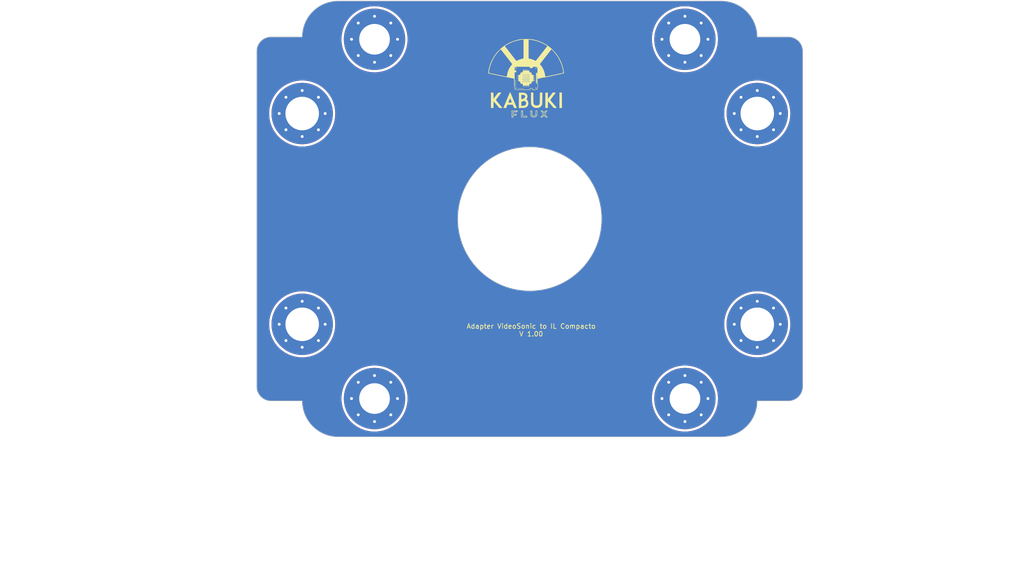
<source format=kicad_pcb>
(kicad_pcb (version 20221018) (generator pcbnew)
  (title_block (title "Adaptador VideoSonic a IL compacto") (date "2023-07-10") (rev "1.00") (company "KabukiFlux"))
  (layers (0 "F.Cu" signal) (31 "B.Cu" signal) (34 "B.Paste" user) (35 "F.Paste" user) (36 "B.SilkS" user "B.Silkscreen") (37 "F.SilkS" user "F.Silkscreen") (38 "B.Mask" user) (39 "F.Mask" user) (44 "Edge.Cuts" user))
  (net 0 "")
  (footprint "lorenzos:MountingHole7" (layer "F.Cu") (at 100.5 106.5)
    (fp_text reference "REF02" hide)
    (fp_text value "MountingHole_7mm_M6_Pad_Via" hide)
    (pad "1" thru_hole circle (at -4.8 0) (size 0.9 0.9) (drill 0.6) (layers "*.Cu" "*.Mask"))
    (pad "1" thru_hole circle (at -3.394113 -3.394113) (size 0.9 0.9) (drill 0.6) (layers "*.Cu" "*.Mask"))
    (pad "1" thru_hole circle (at -3.394113 3.394113) (size 0.9 0.9) (drill 0.6) (layers "*.Cu" "*.Mask"))
    (pad "1" thru_hole circle (at 0 -4.8) (size 0.9 0.9) (drill 0.6) (layers "*.Cu" "*.Mask"))
    (pad "1" thru_hole circle (at 0 0) (size 12.8 12.8) (drill 7) (layers "*.Cu" "*.Mask"))
    (pad "1" thru_hole circle (at 0 4.8) (size 0.9 0.9) (drill 0.6) (layers "*.Cu" "*.Mask"))
    (pad "1" thru_hole circle (at 3.394113 -3.394113) (size 0.9 0.9) (drill 0.6) (layers "*.Cu" "*.Mask"))
    (pad "1" thru_hole circle (at 3.394113 3.394113) (size 0.9 0.9) (drill 0.6) (layers "*.Cu" "*.Mask"))
    (pad "1" thru_hole circle (at 4.8 0) (size 0.9 0.9) (drill 0.6) (layers "*.Cu" "*.Mask"))
  )
  (footprint "lorenzos:MountingHole7" (layer "F.Cu") (at 195.5 106.5)
    (fp_text reference "REF04" hide)
    (fp_text value "MountingHole_7mm_M6_Pad_Via" hide)
    (pad "1" thru_hole circle (at -4.8 0) (size 0.9 0.9) (drill 0.6) (layers "*.Cu" "*.Mask"))
    (pad "1" thru_hole circle (at -3.394113 -3.394113) (size 0.9 0.9) (drill 0.6) (layers "*.Cu" "*.Mask"))
    (pad "1" thru_hole circle (at -3.394113 3.394113) (size 0.9 0.9) (drill 0.6) (layers "*.Cu" "*.Mask"))
    (pad "1" thru_hole circle (at 0 -4.8) (size 0.9 0.9) (drill 0.6) (layers "*.Cu" "*.Mask"))
    (pad "1" thru_hole circle (at 0 0) (size 12.8 12.8) (drill 7) (layers "*.Cu" "*.Mask"))
    (pad "1" thru_hole circle (at 0 4.8) (size 0.9 0.9) (drill 0.6) (layers "*.Cu" "*.Mask"))
    (pad "1" thru_hole circle (at 3.394113 -3.394113) (size 0.9 0.9) (drill 0.6) (layers "*.Cu" "*.Mask"))
    (pad "1" thru_hole circle (at 3.394113 3.394113) (size 0.9 0.9) (drill 0.6) (layers "*.Cu" "*.Mask"))
    (pad "1" thru_hole circle (at 4.8 0) (size 0.9 0.9) (drill 0.6) (layers "*.Cu" "*.Mask"))
  )
  (footprint "kabuki:LogoKabuki_18mm" (layer "F.Cu") (at 147.4 55.2)
    (fp_text reference "G1" hide)
    (fp_text value "LOGO" hide)
  )
  (footprint "MountingHole:MountingHole_6.4mm_M6_Pad_Via" (layer "F.Cu") (at 115.6 47)
    (fp_text reference "REF05" hide)
    (fp_text value "MountingHole_6.4mm_M6_Pad_Via" hide)
    (pad "1" thru_hole circle (at -4.8 0) (size 0.9 0.9) (drill 0.6) (layers "*.Cu" "*.Mask"))
    (pad "1" thru_hole circle (at -3.394113 -3.394113) (size 0.9 0.9) (drill 0.6) (layers "*.Cu" "*.Mask"))
    (pad "1" thru_hole circle (at -3.394113 3.394113) (size 0.9 0.9) (drill 0.6) (layers "*.Cu" "*.Mask"))
    (pad "1" thru_hole circle (at 0 -4.8) (size 0.9 0.9) (drill 0.6) (layers "*.Cu" "*.Mask"))
    (pad "1" thru_hole circle (at 0 0) (size 12.8 12.8) (drill 6.4) (layers "*.Cu" "*.Mask"))
    (pad "1" thru_hole circle (at 0 4.8) (size 0.9 0.9) (drill 0.6) (layers "*.Cu" "*.Mask"))
    (pad "1" thru_hole circle (at 3.394113 -3.394113) (size 0.9 0.9) (drill 0.6) (layers "*.Cu" "*.Mask"))
    (pad "1" thru_hole circle (at 3.394113 3.394113) (size 0.9 0.9) (drill 0.6) (layers "*.Cu" "*.Mask"))
    (pad "1" thru_hole circle (at 4.8 0) (size 0.9 0.9) (drill 0.6) (layers "*.Cu" "*.Mask"))
  )
  (footprint "MountingHole:MountingHole_6.4mm_M6_Pad_Via" (layer "F.Cu") (at 115.6 122)
    (fp_text reference "REF08" hide)
    (fp_text value "MountingHole_6.4mm_M6_Pad_Via" hide)
    (pad "1" thru_hole circle (at -4.8 0) (size 0.9 0.9) (drill 0.6) (layers "*.Cu" "*.Mask"))
    (pad "1" thru_hole circle (at -3.394113 -3.394113) (size 0.9 0.9) (drill 0.6) (layers "*.Cu" "*.Mask"))
    (pad "1" thru_hole circle (at -3.394113 3.394113) (size 0.9 0.9) (drill 0.6) (layers "*.Cu" "*.Mask"))
    (pad "1" thru_hole circle (at 0 -4.8) (size 0.9 0.9) (drill 0.6) (layers "*.Cu" "*.Mask"))
    (pad "1" thru_hole circle (at 0 0) (size 12.8 12.8) (drill 6.4) (layers "*.Cu" "*.Mask"))
    (pad "1" thru_hole circle (at 0 4.8) (size 0.9 0.9) (drill 0.6) (layers "*.Cu" "*.Mask"))
    (pad "1" thru_hole circle (at 3.394113 -3.394113) (size 0.9 0.9) (drill 0.6) (layers "*.Cu" "*.Mask"))
    (pad "1" thru_hole circle (at 3.394113 3.394113) (size 0.9 0.9) (drill 0.6) (layers "*.Cu" "*.Mask"))
    (pad "1" thru_hole circle (at 4.8 0) (size 0.9 0.9) (drill 0.6) (layers "*.Cu" "*.Mask"))
  )
  (footprint "lorenzos:MountingHole7" (layer "F.Cu") (at 100.5 62.5)
    (fp_text reference "REF01" hide)
    (fp_text value "MountingHole_7mm_M6_Pad_Via" hide)
    (pad "1" thru_hole circle (at -4.8 0) (size 0.9 0.9) (drill 0.6) (layers "*.Cu" "*.Mask"))
    (pad "1" thru_hole circle (at -3.394113 -3.394113) (size 0.9 0.9) (drill 0.6) (layers "*.Cu" "*.Mask"))
    (pad "1" thru_hole circle (at -3.394113 3.394113) (size 0.9 0.9) (drill 0.6) (layers "*.Cu" "*.Mask"))
    (pad "1" thru_hole circle (at 0 -4.8) (size 0.9 0.9) (drill 0.6) (layers "*.Cu" "*.Mask"))
    (pad "1" thru_hole circle (at 0 0) (size 12.8 12.8) (drill 7) (layers "*.Cu" "*.Mask"))
    (pad "1" thru_hole circle (at 0 4.8) (size 0.9 0.9) (drill 0.6) (layers "*.Cu" "*.Mask"))
    (pad "1" thru_hole circle (at 3.394113 -3.394113) (size 0.9 0.9) (drill 0.6) (layers "*.Cu" "*.Mask"))
    (pad "1" thru_hole circle (at 3.394113 3.394113) (size 0.9 0.9) (drill 0.6) (layers "*.Cu" "*.Mask"))
    (pad "1" thru_hole circle (at 4.8 0) (size 0.9 0.9) (drill 0.6) (layers "*.Cu" "*.Mask"))
  )
  (footprint "MountingHole:MountingHole_6.4mm_M6_Pad_Via" (layer "F.Cu") (at 180.4 122)
    (fp_text reference "REF07" hide)
    (fp_text value "MountingHole_6.4mm_M6_Pad_Via" hide)
    (pad "1" thru_hole circle (at -4.8 0) (size 0.9 0.9) (drill 0.6) (layers "*.Cu" "*.Mask"))
    (pad "1" thru_hole circle (at -3.394113 -3.394113) (size 0.9 0.9) (drill 0.6) (layers "*.Cu" "*.Mask"))
    (pad "1" thru_hole circle (at -3.394113 3.394113) (size 0.9 0.9) (drill 0.6) (layers "*.Cu" "*.Mask"))
    (pad "1" thru_hole circle (at 0 -4.8) (size 0.9 0.9) (drill 0.6) (layers "*.Cu" "*.Mask"))
    (pad "1" thru_hole circle (at 0 0) (size 12.8 12.8) (drill 6.4) (layers "*.Cu" "*.Mask"))
    (pad "1" thru_hole circle (at 0 4.8) (size 0.9 0.9) (drill 0.6) (layers "*.Cu" "*.Mask"))
    (pad "1" thru_hole circle (at 3.394113 -3.394113) (size 0.9 0.9) (drill 0.6) (layers "*.Cu" "*.Mask"))
    (pad "1" thru_hole circle (at 3.394113 3.394113) (size 0.9 0.9) (drill 0.6) (layers "*.Cu" "*.Mask"))
    (pad "1" thru_hole circle (at 4.8 0) (size 0.9 0.9) (drill 0.6) (layers "*.Cu" "*.Mask"))
  )
  (footprint "lorenzos:MountingHole7" (layer "F.Cu") (at 195.5 62.5)
    (fp_text reference "REF03" hide)
    (fp_text value "MountingHole_7mm_M6_Pad_Via" hide)
    (pad "1" thru_hole circle (at -4.8 0) (size 0.9 0.9) (drill 0.6) (layers "*.Cu" "*.Mask"))
    (pad "1" thru_hole circle (at -3.394113 -3.394113) (size 0.9 0.9) (drill 0.6) (layers "*.Cu" "*.Mask"))
    (pad "1" thru_hole circle (at -3.394113 3.394113) (size 0.9 0.9) (drill 0.6) (layers "*.Cu" "*.Mask"))
    (pad "1" thru_hole circle (at 0 -4.8) (size 0.9 0.9) (drill 0.6) (layers "*.Cu" "*.Mask"))
    (pad "1" thru_hole circle (at 0 0) (size 12.8 12.8) (drill 7) (layers "*.Cu" "*.Mask"))
    (pad "1" thru_hole circle (at 0 4.8) (size 0.9 0.9) (drill 0.6) (layers "*.Cu" "*.Mask"))
    (pad "1" thru_hole circle (at 3.394113 -3.394113) (size 0.9 0.9) (drill 0.6) (layers "*.Cu" "*.Mask"))
    (pad "1" thru_hole circle (at 3.394113 3.394113) (size 0.9 0.9) (drill 0.6) (layers "*.Cu" "*.Mask"))
    (pad "1" thru_hole circle (at 4.8 0) (size 0.9 0.9) (drill 0.6) (layers "*.Cu" "*.Mask"))
  )
  (footprint "MountingHole:MountingHole_6.4mm_M6_Pad_Via" (layer "F.Cu") (at 180.4 47)
    (fp_text reference "REF06" hide)
    (fp_text value "MountingHole_6.4mm_M6_Pad_Via" hide)
    (pad "1" thru_hole circle (at -4.8 0) (size 0.9 0.9) (drill 0.6) (layers "*.Cu" "*.Mask"))
    (pad "1" thru_hole circle (at -3.394113 -3.394113) (size 0.9 0.9) (drill 0.6) (layers "*.Cu" "*.Mask"))
    (pad "1" thru_hole circle (at -3.394113 3.394113) (size 0.9 0.9) (drill 0.6) (layers "*.Cu" "*.Mask"))
    (pad "1" thru_hole circle (at 0 -4.8) (size 0.9 0.9) (drill 0.6) (layers "*.Cu" "*.Mask"))
    (pad "1" thru_hole circle (at 0 0) (size 12.8 12.8) (drill 6.4) (layers "*.Cu" "*.Mask"))
    (pad "1" thru_hole circle (at 0 4.8) (size 0.9 0.9) (drill 0.6) (layers "*.Cu" "*.Mask"))
    (pad "1" thru_hole circle (at 3.394113 -3.394113) (size 0.9 0.9) (drill 0.6) (layers "*.Cu" "*.Mask"))
    (pad "1" thru_hole circle (at 3.394113 3.394113) (size 0.9 0.9) (drill 0.6) (layers "*.Cu" "*.Mask"))
    (pad "1" thru_hole circle (at 4.8 0) (size 0.9 0.9) (drill 0.6) (layers "*.Cu" "*.Mask"))
  )
  (gr_arc (start 94 122.5) (mid 91.87868 121.62132) (end 91 119.5) (stroke (width 0.1)) (layer "Edge.Cuts"))
  (gr_arc (start 188 39) (mid 193.303301 41.196699) (end 195.5 46.5) (stroke (width 0.1)) (layer "Edge.Cuts"))
  (gr_line (start 91 119.5) (end 91 49.5) (stroke (width 0.1)) (layer "Edge.Cuts"))
  (gr_arc (start 205 119.5) (mid 204.12132 121.62132) (end 202 122.5) (stroke (width 0.1)) (layer "Edge.Cuts"))
  (gr_circle (center 148 84.5) (end 163 84.5) (stroke (width 0.1)) (fill none) (layer "Edge.Cuts"))
  (gr_line (start 205 49.5) (end 205 119.5) (stroke (width 0.1)) (layer "Edge.Cuts"))
  (gr_line (start 108 39) (end 188 39) (stroke (width 0.1)) (layer "Edge.Cuts"))
  (gr_line (start 195.5 122.5) (end 202 122.5) (stroke (width 0.1)) (layer "Edge.Cuts"))
  (gr_arc (start 91 49.5) (mid 91.87868 47.37868) (end 94 46.5) (stroke (width 0.1)) (layer "Edge.Cuts"))
  (gr_arc (start 108 130) (mid 102.696699 127.803301) (end 100.5 122.5) (stroke (width 0.1)) (layer "Edge.Cuts"))
  (gr_arc (start 195.5 122.5) (mid 193.303301 127.803301) (end 188 130) (stroke (width 0.1)) (layer "Edge.Cuts"))
  (gr_line (start 188 130) (end 108 130) (stroke (width 0.1)) (layer "Edge.Cuts"))
  (gr_line (start 202 46.5) (end 195.5 46.5) (stroke (width 0.1)) (layer "Edge.Cuts"))
  (gr_line (start 100.5 122.5) (end 94 122.5) (stroke (width 0.1)) (layer "Edge.Cuts"))
  (gr_arc (start 202 46.5) (mid 204.12132 47.37868) (end 205 49.5) (stroke (width 0.1)) (layer "Edge.Cuts"))
  (gr_line (start 100.5 46.5) (end 94 46.5) (stroke (width 0.1)) (layer "Edge.Cuts"))
  (gr_arc (start 100.5 46.5) (mid 102.696699 41.196699) (end 108 39) (stroke (width 0.1)) (layer "Edge.Cuts"))
  (gr_text "Adapter VideoSonic to IL Compacto\nV 1.00" (at 148.3 109.1) (layer "F.SilkS") (effects (font (size 1 1)) (justify bottom)))
  (zone (net 0) (net_name "") (layer "F.Cu") (connect_pads (clearance 0.5)) (min_thickness 0.25) (fill yes (thermal_gap 0.5) (thermal_bridge_width 0.5) (island_removal_mode 1) (island_area_min 10))
    (polygon (pts (xy 90.8 38.8) (xy 205.2 38.8) (xy 205.3 38.9) (xy 205.3 130.3) (xy 91.1 130.3) (xy 90.8 130)))
  )
  (zone (net 0) (net_name "") (layer "B.Cu") (connect_pads (clearance 0.5)) (min_thickness 0.25) (fill yes (thermal_gap 0.5) (thermal_bridge_width 0.5) (island_removal_mode 1) (island_area_min 10))
    (polygon (pts (xy 90.8 38.8) (xy 205.2 38.8) (xy 205.3 38.9) (xy 205.3 130.3) (xy 91.1 130.3) (xy 90.8 130)))
  )
)
</source>
